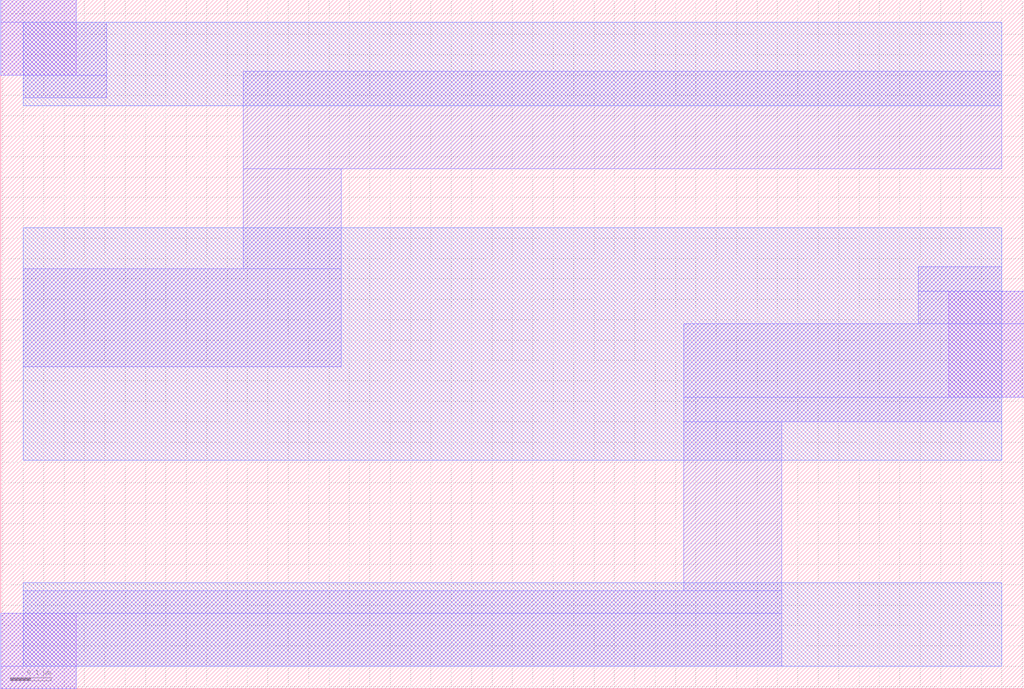
<source format=lef>
# Copyright 2020 The SkyWater PDK Authors
#
# Licensed under the Apache License, Version 2.0 (the "License");
# you may not use this file except in compliance with the License.
# You may obtain a copy of the License at
#
#     https://www.apache.org/licenses/LICENSE-2.0
#
# Unless required by applicable law or agreed to in writing, software
# distributed under the License is distributed on an "AS IS" BASIS,
# WITHOUT WARRANTIES OR CONDITIONS OF ANY KIND, either express or implied.
# See the License for the specific language governing permissions and
# limitations under the License.
#
# SPDX-License-Identifier: Apache-2.0

VERSION 5.7 ;
  NOWIREEXTENSIONATPIN ON ;
  DIVIDERCHAR "/" ;
  BUSBITCHARS "[]" ;
MACRO sky130_fd_bd_sram__sram_dp_cell_met23_opt5
  CLASS BLOCK ;
  FOREIGN sky130_fd_bd_sram__sram_dp_cell_met23_opt5 ;
  ORIGIN  0.055000  0.055000 ;
  SIZE  2.510000 BY  1.690000 ;
  OBS
    LAYER met1 ;
      RECT -0.055000 -0.055000 0.130000 0.130000 ;
      RECT -0.055000  1.450000 0.130000 1.635000 ;
      RECT  2.270000  0.660000 2.455000 0.920000 ;
    LAYER met2 ;
      RECT -0.055000 -0.055000 0.130000 0.000000 ;
      RECT -0.055000  0.000000 1.860000 0.130000 ;
      RECT -0.055000  1.450000 0.205000 1.580000 ;
      RECT -0.055000  1.580000 0.130000 1.635000 ;
      RECT  0.000000  0.130000 1.860000 0.185000 ;
      RECT  0.000000  0.735000 0.780000 0.975000 ;
      RECT  0.000000  1.395000 0.205000 1.450000 ;
      RECT  0.540000  0.975000 0.780000 1.220000 ;
      RECT  0.540000  1.220000 2.400000 1.460000 ;
      RECT  1.620000  0.185000 1.860000 0.600000 ;
      RECT  1.620000  0.600000 2.400000 0.660000 ;
      RECT  1.620000  0.660000 2.455000 0.840000 ;
      RECT  2.195000  0.840000 2.455000 0.920000 ;
      RECT  2.195000  0.920000 2.400000 0.980000 ;
    LAYER met3 ;
      RECT 0.000000 0.000000 2.400000 0.205000 ;
      RECT 0.000000 0.505000 2.400000 1.075000 ;
      RECT 0.000000 1.375000 2.400000 1.580000 ;
  END
END sky130_fd_bd_sram__sram_dp_cell_met23_opt5
END LIBRARY

</source>
